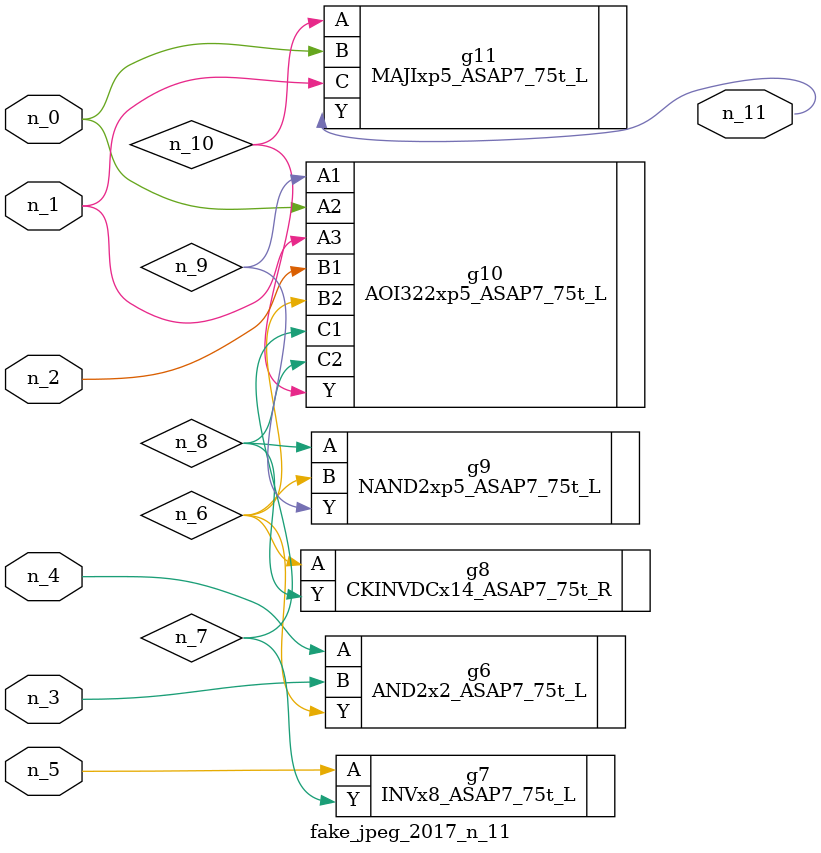
<source format=v>
module fake_jpeg_2017_n_11 (n_3, n_2, n_1, n_0, n_4, n_5, n_11);

input n_3;
input n_2;
input n_1;
input n_0;
input n_4;
input n_5;

output n_11;

wire n_10;
wire n_8;
wire n_9;
wire n_6;
wire n_7;

AND2x2_ASAP7_75t_L g6 ( 
.A(n_4),
.B(n_3),
.Y(n_6)
);

INVx8_ASAP7_75t_L g7 ( 
.A(n_5),
.Y(n_7)
);

CKINVDCx14_ASAP7_75t_R g8 ( 
.A(n_6),
.Y(n_8)
);

NAND2xp5_ASAP7_75t_L g9 ( 
.A(n_8),
.B(n_6),
.Y(n_9)
);

AOI322xp5_ASAP7_75t_L g10 ( 
.A1(n_9),
.A2(n_0),
.A3(n_1),
.B1(n_2),
.B2(n_6),
.C1(n_7),
.C2(n_8),
.Y(n_10)
);

MAJIxp5_ASAP7_75t_L g11 ( 
.A(n_10),
.B(n_0),
.C(n_1),
.Y(n_11)
);


endmodule
</source>
